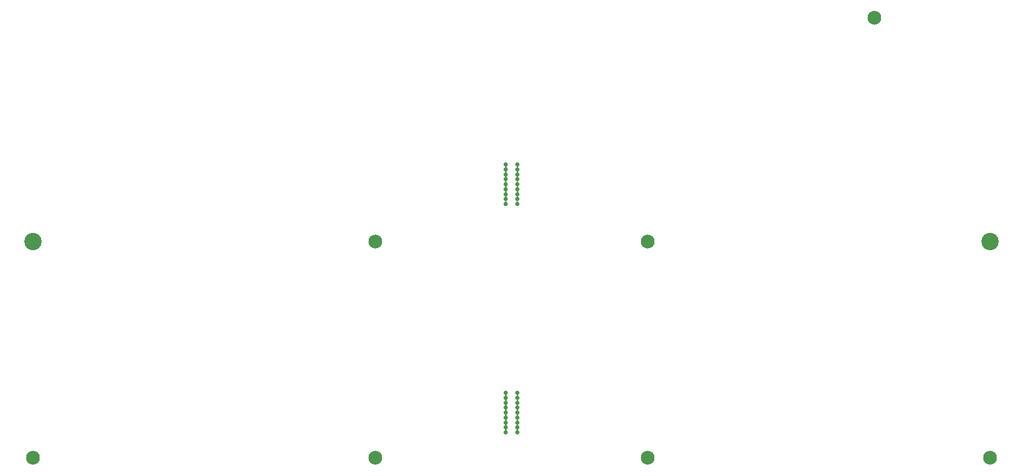
<source format=gts>
G04 #@! TF.GenerationSoftware,KiCad,Pcbnew,(5.1.9)-1*
G04 #@! TF.CreationDate,2021-01-26T21:29:22-05:00*
G04 #@! TF.ProjectId,reviung34-split-BOTTOM,72657669-756e-4673-9334-2d73706c6974,2.0*
G04 #@! TF.SameCoordinates,Original*
G04 #@! TF.FileFunction,Soldermask,Top*
G04 #@! TF.FilePolarity,Negative*
%FSLAX46Y46*%
G04 Gerber Fmt 4.6, Leading zero omitted, Abs format (unit mm)*
G04 Created by KiCad (PCBNEW (5.1.9)-1) date 2021-01-26 21:29:22*
%MOMM*%
%LPD*%
G01*
G04 APERTURE LIST*
%ADD10C,2.902000*%
%ADD11C,0.702000*%
%ADD12C,2.302000*%
%ADD13C,0.100000*%
G04 APERTURE END LIST*
D10*
X231190000Y-91290000D03*
X71400000Y-91280000D03*
D11*
X152240000Y-85060000D03*
X152250000Y-78460000D03*
X152250000Y-84235000D03*
X152250000Y-81760000D03*
X152250000Y-80935000D03*
X152250000Y-80110000D03*
X152250000Y-79285000D03*
X152250000Y-82585000D03*
X152250000Y-83410000D03*
X150320000Y-78460000D03*
X150310000Y-85060000D03*
X150310000Y-79285000D03*
X150310000Y-81760000D03*
X150310000Y-82585000D03*
X150310000Y-83410000D03*
X150310000Y-84235000D03*
X150310000Y-80935000D03*
X150310000Y-80110000D03*
X152240000Y-123150000D03*
X152250000Y-116550000D03*
X152250000Y-122325000D03*
X152250000Y-119850000D03*
X152250000Y-119025000D03*
X152250000Y-118200000D03*
X152250000Y-117375000D03*
X152250000Y-120675000D03*
X152250000Y-121500000D03*
X150320000Y-116550000D03*
X150310000Y-123150000D03*
X150310000Y-117375000D03*
X150310000Y-119850000D03*
X150310000Y-120675000D03*
X150310000Y-121500000D03*
X150310000Y-122325000D03*
X150310000Y-119025000D03*
X150310000Y-118200000D03*
D12*
X71400000Y-127380000D03*
X128550000Y-127380000D03*
X128560000Y-91280000D03*
X174030000Y-91280000D03*
X174030000Y-127380000D03*
X231180000Y-127370000D03*
X211880000Y-54000000D03*
D13*
G36*
X152085000Y-122632456D02*
G01*
X152085487Y-122632781D01*
X152148692Y-122658962D01*
X152215795Y-122672310D01*
X152284205Y-122672310D01*
X152351308Y-122658962D01*
X152411846Y-122633886D01*
X152413829Y-122634147D01*
X152414594Y-122635995D01*
X152413722Y-122637397D01*
X152412048Y-122638516D01*
X152393333Y-122653874D01*
X152378038Y-122672511D01*
X152366673Y-122693775D01*
X152359673Y-122716850D01*
X152357310Y-122740841D01*
X152359673Y-122764832D01*
X152366673Y-122787907D01*
X152378038Y-122809171D01*
X152393333Y-122827808D01*
X152407380Y-122839335D01*
X152408084Y-122841207D01*
X152406816Y-122842753D01*
X152405000Y-122842544D01*
X152404513Y-122842219D01*
X152341308Y-122816038D01*
X152274205Y-122802690D01*
X152205795Y-122802690D01*
X152138692Y-122816038D01*
X152078154Y-122841114D01*
X152076171Y-122840853D01*
X152075406Y-122839005D01*
X152076278Y-122837603D01*
X152077952Y-122836484D01*
X152096667Y-122821126D01*
X152111962Y-122802489D01*
X152123327Y-122781225D01*
X152130327Y-122758150D01*
X152132690Y-122734159D01*
X152130327Y-122710168D01*
X152123327Y-122687093D01*
X152111962Y-122665829D01*
X152096667Y-122647192D01*
X152082620Y-122635665D01*
X152081916Y-122633793D01*
X152083184Y-122632247D01*
X152085000Y-122632456D01*
G37*
G36*
X150146938Y-122633382D02*
G01*
X150208692Y-122658962D01*
X150275795Y-122672310D01*
X150344205Y-122672310D01*
X150411308Y-122658962D01*
X150473062Y-122633382D01*
X150475045Y-122633643D01*
X150475810Y-122635491D01*
X150475096Y-122636776D01*
X150458333Y-122650533D01*
X150443038Y-122669170D01*
X150431673Y-122690434D01*
X150424673Y-122713509D01*
X150422310Y-122737500D01*
X150424673Y-122761491D01*
X150431673Y-122784566D01*
X150443038Y-122805830D01*
X150458333Y-122824467D01*
X150475096Y-122838224D01*
X150475800Y-122840096D01*
X150474531Y-122841642D01*
X150473062Y-122841618D01*
X150411308Y-122816038D01*
X150344205Y-122802690D01*
X150275795Y-122802690D01*
X150208692Y-122816038D01*
X150146938Y-122841618D01*
X150144955Y-122841357D01*
X150144190Y-122839509D01*
X150144904Y-122838224D01*
X150161667Y-122824467D01*
X150176962Y-122805830D01*
X150188327Y-122784566D01*
X150195327Y-122761491D01*
X150197690Y-122737500D01*
X150195327Y-122713509D01*
X150188327Y-122690434D01*
X150176962Y-122669170D01*
X150161667Y-122650533D01*
X150144904Y-122636776D01*
X150144200Y-122634904D01*
X150145469Y-122633358D01*
X150146938Y-122633382D01*
G37*
G36*
X152086938Y-121808382D02*
G01*
X152148692Y-121833962D01*
X152215795Y-121847310D01*
X152284205Y-121847310D01*
X152351308Y-121833962D01*
X152413062Y-121808382D01*
X152415045Y-121808643D01*
X152415810Y-121810491D01*
X152415096Y-121811776D01*
X152398333Y-121825533D01*
X152383038Y-121844170D01*
X152371673Y-121865434D01*
X152364673Y-121888509D01*
X152362310Y-121912500D01*
X152364673Y-121936491D01*
X152371673Y-121959566D01*
X152383038Y-121980830D01*
X152398333Y-121999467D01*
X152415096Y-122013224D01*
X152415800Y-122015096D01*
X152414531Y-122016642D01*
X152413062Y-122016618D01*
X152351308Y-121991038D01*
X152284205Y-121977690D01*
X152215795Y-121977690D01*
X152148692Y-121991038D01*
X152086938Y-122016618D01*
X152084955Y-122016357D01*
X152084190Y-122014509D01*
X152084904Y-122013224D01*
X152101667Y-121999467D01*
X152116962Y-121980830D01*
X152128327Y-121959566D01*
X152135327Y-121936491D01*
X152137690Y-121912500D01*
X152135327Y-121888509D01*
X152128327Y-121865434D01*
X152116962Y-121844170D01*
X152101667Y-121825533D01*
X152084904Y-121811776D01*
X152084200Y-121809904D01*
X152085469Y-121808358D01*
X152086938Y-121808382D01*
G37*
G36*
X150146938Y-121808382D02*
G01*
X150208692Y-121833962D01*
X150275795Y-121847310D01*
X150344205Y-121847310D01*
X150411308Y-121833962D01*
X150473062Y-121808382D01*
X150475045Y-121808643D01*
X150475810Y-121810491D01*
X150475096Y-121811776D01*
X150458333Y-121825533D01*
X150443038Y-121844170D01*
X150431673Y-121865434D01*
X150424673Y-121888509D01*
X150422310Y-121912500D01*
X150424673Y-121936491D01*
X150431673Y-121959566D01*
X150443038Y-121980830D01*
X150458333Y-121999467D01*
X150475096Y-122013224D01*
X150475800Y-122015096D01*
X150474531Y-122016642D01*
X150473062Y-122016618D01*
X150411308Y-121991038D01*
X150344205Y-121977690D01*
X150275795Y-121977690D01*
X150208692Y-121991038D01*
X150146938Y-122016618D01*
X150144955Y-122016357D01*
X150144190Y-122014509D01*
X150144904Y-122013224D01*
X150161667Y-121999467D01*
X150176962Y-121980830D01*
X150188327Y-121959566D01*
X150195327Y-121936491D01*
X150197690Y-121912500D01*
X150195327Y-121888509D01*
X150188327Y-121865434D01*
X150176962Y-121844170D01*
X150161667Y-121825533D01*
X150144904Y-121811776D01*
X150144200Y-121809904D01*
X150145469Y-121808358D01*
X150146938Y-121808382D01*
G37*
G36*
X152086938Y-120983382D02*
G01*
X152148692Y-121008962D01*
X152215795Y-121022310D01*
X152284205Y-121022310D01*
X152351308Y-121008962D01*
X152413062Y-120983382D01*
X152415045Y-120983643D01*
X152415810Y-120985491D01*
X152415096Y-120986776D01*
X152398333Y-121000533D01*
X152383038Y-121019170D01*
X152371673Y-121040434D01*
X152364673Y-121063509D01*
X152362310Y-121087500D01*
X152364673Y-121111491D01*
X152371673Y-121134566D01*
X152383038Y-121155830D01*
X152398333Y-121174467D01*
X152415096Y-121188224D01*
X152415800Y-121190096D01*
X152414531Y-121191642D01*
X152413062Y-121191618D01*
X152351308Y-121166038D01*
X152284205Y-121152690D01*
X152215795Y-121152690D01*
X152148692Y-121166038D01*
X152086938Y-121191618D01*
X152084955Y-121191357D01*
X152084190Y-121189509D01*
X152084904Y-121188224D01*
X152101667Y-121174467D01*
X152116962Y-121155830D01*
X152128327Y-121134566D01*
X152135327Y-121111491D01*
X152137690Y-121087500D01*
X152135327Y-121063509D01*
X152128327Y-121040434D01*
X152116962Y-121019170D01*
X152101667Y-121000533D01*
X152084904Y-120986776D01*
X152084200Y-120984904D01*
X152085469Y-120983358D01*
X152086938Y-120983382D01*
G37*
G36*
X150146938Y-120983382D02*
G01*
X150208692Y-121008962D01*
X150275795Y-121022310D01*
X150344205Y-121022310D01*
X150411308Y-121008962D01*
X150473062Y-120983382D01*
X150475045Y-120983643D01*
X150475810Y-120985491D01*
X150475096Y-120986776D01*
X150458333Y-121000533D01*
X150443038Y-121019170D01*
X150431673Y-121040434D01*
X150424673Y-121063509D01*
X150422310Y-121087500D01*
X150424673Y-121111491D01*
X150431673Y-121134566D01*
X150443038Y-121155830D01*
X150458333Y-121174467D01*
X150475096Y-121188224D01*
X150475800Y-121190096D01*
X150474531Y-121191642D01*
X150473062Y-121191618D01*
X150411308Y-121166038D01*
X150344205Y-121152690D01*
X150275795Y-121152690D01*
X150208692Y-121166038D01*
X150146938Y-121191618D01*
X150144955Y-121191357D01*
X150144190Y-121189509D01*
X150144904Y-121188224D01*
X150161667Y-121174467D01*
X150176962Y-121155830D01*
X150188327Y-121134566D01*
X150195327Y-121111491D01*
X150197690Y-121087500D01*
X150195327Y-121063509D01*
X150188327Y-121040434D01*
X150176962Y-121019170D01*
X150161667Y-121000533D01*
X150144904Y-120986776D01*
X150144200Y-120984904D01*
X150145469Y-120983358D01*
X150146938Y-120983382D01*
G37*
G36*
X150146938Y-120158382D02*
G01*
X150208692Y-120183962D01*
X150275795Y-120197310D01*
X150344205Y-120197310D01*
X150411308Y-120183962D01*
X150473062Y-120158382D01*
X150475045Y-120158643D01*
X150475810Y-120160491D01*
X150475096Y-120161776D01*
X150458333Y-120175533D01*
X150443038Y-120194170D01*
X150431673Y-120215434D01*
X150424673Y-120238509D01*
X150422310Y-120262500D01*
X150424673Y-120286491D01*
X150431673Y-120309566D01*
X150443038Y-120330830D01*
X150458333Y-120349467D01*
X150475096Y-120363224D01*
X150475800Y-120365096D01*
X150474531Y-120366642D01*
X150473062Y-120366618D01*
X150411308Y-120341038D01*
X150344205Y-120327690D01*
X150275795Y-120327690D01*
X150208692Y-120341038D01*
X150146938Y-120366618D01*
X150144955Y-120366357D01*
X150144190Y-120364509D01*
X150144904Y-120363224D01*
X150161667Y-120349467D01*
X150176962Y-120330830D01*
X150188327Y-120309566D01*
X150195327Y-120286491D01*
X150197690Y-120262500D01*
X150195327Y-120238509D01*
X150188327Y-120215434D01*
X150176962Y-120194170D01*
X150161667Y-120175533D01*
X150144904Y-120161776D01*
X150144200Y-120159904D01*
X150145469Y-120158358D01*
X150146938Y-120158382D01*
G37*
G36*
X152086938Y-120158382D02*
G01*
X152148692Y-120183962D01*
X152215795Y-120197310D01*
X152284205Y-120197310D01*
X152351308Y-120183962D01*
X152413062Y-120158382D01*
X152415045Y-120158643D01*
X152415810Y-120160491D01*
X152415096Y-120161776D01*
X152398333Y-120175533D01*
X152383038Y-120194170D01*
X152371673Y-120215434D01*
X152364673Y-120238509D01*
X152362310Y-120262500D01*
X152364673Y-120286491D01*
X152371673Y-120309566D01*
X152383038Y-120330830D01*
X152398333Y-120349467D01*
X152415096Y-120363224D01*
X152415800Y-120365096D01*
X152414531Y-120366642D01*
X152413062Y-120366618D01*
X152351308Y-120341038D01*
X152284205Y-120327690D01*
X152215795Y-120327690D01*
X152148692Y-120341038D01*
X152086938Y-120366618D01*
X152084955Y-120366357D01*
X152084190Y-120364509D01*
X152084904Y-120363224D01*
X152101667Y-120349467D01*
X152116962Y-120330830D01*
X152128327Y-120309566D01*
X152135327Y-120286491D01*
X152137690Y-120262500D01*
X152135327Y-120238509D01*
X152128327Y-120215434D01*
X152116962Y-120194170D01*
X152101667Y-120175533D01*
X152084904Y-120161776D01*
X152084200Y-120159904D01*
X152085469Y-120158358D01*
X152086938Y-120158382D01*
G37*
G36*
X152086938Y-119333382D02*
G01*
X152148692Y-119358962D01*
X152215795Y-119372310D01*
X152284205Y-119372310D01*
X152351308Y-119358962D01*
X152413062Y-119333382D01*
X152415045Y-119333643D01*
X152415810Y-119335491D01*
X152415096Y-119336776D01*
X152398333Y-119350533D01*
X152383038Y-119369170D01*
X152371673Y-119390434D01*
X152364673Y-119413509D01*
X152362310Y-119437500D01*
X152364673Y-119461491D01*
X152371673Y-119484566D01*
X152383038Y-119505830D01*
X152398333Y-119524467D01*
X152415096Y-119538224D01*
X152415800Y-119540096D01*
X152414531Y-119541642D01*
X152413062Y-119541618D01*
X152351308Y-119516038D01*
X152284205Y-119502690D01*
X152215795Y-119502690D01*
X152148692Y-119516038D01*
X152086938Y-119541618D01*
X152084955Y-119541357D01*
X152084190Y-119539509D01*
X152084904Y-119538224D01*
X152101667Y-119524467D01*
X152116962Y-119505830D01*
X152128327Y-119484566D01*
X152135327Y-119461491D01*
X152137690Y-119437500D01*
X152135327Y-119413509D01*
X152128327Y-119390434D01*
X152116962Y-119369170D01*
X152101667Y-119350533D01*
X152084904Y-119336776D01*
X152084200Y-119334904D01*
X152085469Y-119333358D01*
X152086938Y-119333382D01*
G37*
G36*
X150146938Y-119333382D02*
G01*
X150208692Y-119358962D01*
X150275795Y-119372310D01*
X150344205Y-119372310D01*
X150411308Y-119358962D01*
X150473062Y-119333382D01*
X150475045Y-119333643D01*
X150475810Y-119335491D01*
X150475096Y-119336776D01*
X150458333Y-119350533D01*
X150443038Y-119369170D01*
X150431673Y-119390434D01*
X150424673Y-119413509D01*
X150422310Y-119437500D01*
X150424673Y-119461491D01*
X150431673Y-119484566D01*
X150443038Y-119505830D01*
X150458333Y-119524467D01*
X150475096Y-119538224D01*
X150475800Y-119540096D01*
X150474531Y-119541642D01*
X150473062Y-119541618D01*
X150411308Y-119516038D01*
X150344205Y-119502690D01*
X150275795Y-119502690D01*
X150208692Y-119516038D01*
X150146938Y-119541618D01*
X150144955Y-119541357D01*
X150144190Y-119539509D01*
X150144904Y-119538224D01*
X150161667Y-119524467D01*
X150176962Y-119505830D01*
X150188327Y-119484566D01*
X150195327Y-119461491D01*
X150197690Y-119437500D01*
X150195327Y-119413509D01*
X150188327Y-119390434D01*
X150176962Y-119369170D01*
X150161667Y-119350533D01*
X150144904Y-119336776D01*
X150144200Y-119334904D01*
X150145469Y-119333358D01*
X150146938Y-119333382D01*
G37*
G36*
X150146938Y-118508382D02*
G01*
X150208692Y-118533962D01*
X150275795Y-118547310D01*
X150344205Y-118547310D01*
X150411308Y-118533962D01*
X150473062Y-118508382D01*
X150475045Y-118508643D01*
X150475810Y-118510491D01*
X150475096Y-118511776D01*
X150458333Y-118525533D01*
X150443038Y-118544170D01*
X150431673Y-118565434D01*
X150424673Y-118588509D01*
X150422310Y-118612500D01*
X150424673Y-118636491D01*
X150431673Y-118659566D01*
X150443038Y-118680830D01*
X150458333Y-118699467D01*
X150475096Y-118713224D01*
X150475800Y-118715096D01*
X150474531Y-118716642D01*
X150473062Y-118716618D01*
X150411308Y-118691038D01*
X150344205Y-118677690D01*
X150275795Y-118677690D01*
X150208692Y-118691038D01*
X150146938Y-118716618D01*
X150144955Y-118716357D01*
X150144190Y-118714509D01*
X150144904Y-118713224D01*
X150161667Y-118699467D01*
X150176962Y-118680830D01*
X150188327Y-118659566D01*
X150195327Y-118636491D01*
X150197690Y-118612500D01*
X150195327Y-118588509D01*
X150188327Y-118565434D01*
X150176962Y-118544170D01*
X150161667Y-118525533D01*
X150144904Y-118511776D01*
X150144200Y-118509904D01*
X150145469Y-118508358D01*
X150146938Y-118508382D01*
G37*
G36*
X152086938Y-118508382D02*
G01*
X152148692Y-118533962D01*
X152215795Y-118547310D01*
X152284205Y-118547310D01*
X152351308Y-118533962D01*
X152413062Y-118508382D01*
X152415045Y-118508643D01*
X152415810Y-118510491D01*
X152415096Y-118511776D01*
X152398333Y-118525533D01*
X152383038Y-118544170D01*
X152371673Y-118565434D01*
X152364673Y-118588509D01*
X152362310Y-118612500D01*
X152364673Y-118636491D01*
X152371673Y-118659566D01*
X152383038Y-118680830D01*
X152398333Y-118699467D01*
X152415096Y-118713224D01*
X152415800Y-118715096D01*
X152414531Y-118716642D01*
X152413062Y-118716618D01*
X152351308Y-118691038D01*
X152284205Y-118677690D01*
X152215795Y-118677690D01*
X152148692Y-118691038D01*
X152086938Y-118716618D01*
X152084955Y-118716357D01*
X152084190Y-118714509D01*
X152084904Y-118713224D01*
X152101667Y-118699467D01*
X152116962Y-118680830D01*
X152128327Y-118659566D01*
X152135327Y-118636491D01*
X152137690Y-118612500D01*
X152135327Y-118588509D01*
X152128327Y-118565434D01*
X152116962Y-118544170D01*
X152101667Y-118525533D01*
X152084904Y-118511776D01*
X152084200Y-118509904D01*
X152085469Y-118508358D01*
X152086938Y-118508382D01*
G37*
G36*
X152086938Y-117683382D02*
G01*
X152148692Y-117708962D01*
X152215795Y-117722310D01*
X152284205Y-117722310D01*
X152351308Y-117708962D01*
X152413062Y-117683382D01*
X152415045Y-117683643D01*
X152415810Y-117685491D01*
X152415096Y-117686776D01*
X152398333Y-117700533D01*
X152383038Y-117719170D01*
X152371673Y-117740434D01*
X152364673Y-117763509D01*
X152362310Y-117787500D01*
X152364673Y-117811491D01*
X152371673Y-117834566D01*
X152383038Y-117855830D01*
X152398333Y-117874467D01*
X152415096Y-117888224D01*
X152415800Y-117890096D01*
X152414531Y-117891642D01*
X152413062Y-117891618D01*
X152351308Y-117866038D01*
X152284205Y-117852690D01*
X152215795Y-117852690D01*
X152148692Y-117866038D01*
X152086938Y-117891618D01*
X152084955Y-117891357D01*
X152084190Y-117889509D01*
X152084904Y-117888224D01*
X152101667Y-117874467D01*
X152116962Y-117855830D01*
X152128327Y-117834566D01*
X152135327Y-117811491D01*
X152137690Y-117787500D01*
X152135327Y-117763509D01*
X152128327Y-117740434D01*
X152116962Y-117719170D01*
X152101667Y-117700533D01*
X152084904Y-117686776D01*
X152084200Y-117684904D01*
X152085469Y-117683358D01*
X152086938Y-117683382D01*
G37*
G36*
X150146938Y-117683382D02*
G01*
X150208692Y-117708962D01*
X150275795Y-117722310D01*
X150344205Y-117722310D01*
X150411308Y-117708962D01*
X150473062Y-117683382D01*
X150475045Y-117683643D01*
X150475810Y-117685491D01*
X150475096Y-117686776D01*
X150458333Y-117700533D01*
X150443038Y-117719170D01*
X150431673Y-117740434D01*
X150424673Y-117763509D01*
X150422310Y-117787500D01*
X150424673Y-117811491D01*
X150431673Y-117834566D01*
X150443038Y-117855830D01*
X150458333Y-117874467D01*
X150475096Y-117888224D01*
X150475800Y-117890096D01*
X150474531Y-117891642D01*
X150473062Y-117891618D01*
X150411308Y-117866038D01*
X150344205Y-117852690D01*
X150275795Y-117852690D01*
X150208692Y-117866038D01*
X150146938Y-117891618D01*
X150144955Y-117891357D01*
X150144190Y-117889509D01*
X150144904Y-117888224D01*
X150161667Y-117874467D01*
X150176962Y-117855830D01*
X150188327Y-117834566D01*
X150195327Y-117811491D01*
X150197690Y-117787500D01*
X150195327Y-117763509D01*
X150188327Y-117740434D01*
X150176962Y-117719170D01*
X150161667Y-117700533D01*
X150144904Y-117686776D01*
X150144200Y-117684904D01*
X150145469Y-117683358D01*
X150146938Y-117683382D01*
G37*
G36*
X150155000Y-116857456D02*
G01*
X150155487Y-116857781D01*
X150218692Y-116883962D01*
X150285795Y-116897310D01*
X150354205Y-116897310D01*
X150421308Y-116883962D01*
X150481846Y-116858886D01*
X150483829Y-116859147D01*
X150484594Y-116860995D01*
X150483722Y-116862397D01*
X150482048Y-116863516D01*
X150463333Y-116878874D01*
X150448038Y-116897511D01*
X150436673Y-116918775D01*
X150429673Y-116941850D01*
X150427310Y-116965841D01*
X150429673Y-116989832D01*
X150436673Y-117012907D01*
X150448038Y-117034171D01*
X150463333Y-117052808D01*
X150477380Y-117064335D01*
X150478084Y-117066207D01*
X150476816Y-117067753D01*
X150475000Y-117067544D01*
X150474513Y-117067219D01*
X150411308Y-117041038D01*
X150344205Y-117027690D01*
X150275795Y-117027690D01*
X150208692Y-117041038D01*
X150148154Y-117066114D01*
X150146171Y-117065853D01*
X150145406Y-117064005D01*
X150146278Y-117062603D01*
X150147952Y-117061484D01*
X150166667Y-117046126D01*
X150181962Y-117027489D01*
X150193327Y-117006225D01*
X150200327Y-116983150D01*
X150202690Y-116959159D01*
X150200327Y-116935168D01*
X150193327Y-116912093D01*
X150181962Y-116890829D01*
X150166667Y-116872192D01*
X150152620Y-116860665D01*
X150151916Y-116858793D01*
X150153184Y-116857247D01*
X150155000Y-116857456D01*
G37*
G36*
X152086938Y-116858382D02*
G01*
X152148692Y-116883962D01*
X152215795Y-116897310D01*
X152284205Y-116897310D01*
X152351308Y-116883962D01*
X152413062Y-116858382D01*
X152415045Y-116858643D01*
X152415810Y-116860491D01*
X152415096Y-116861776D01*
X152398333Y-116875533D01*
X152383038Y-116894170D01*
X152371673Y-116915434D01*
X152364673Y-116938509D01*
X152362310Y-116962500D01*
X152364673Y-116986491D01*
X152371673Y-117009566D01*
X152383038Y-117030830D01*
X152398333Y-117049467D01*
X152415096Y-117063224D01*
X152415800Y-117065096D01*
X152414531Y-117066642D01*
X152413062Y-117066618D01*
X152351308Y-117041038D01*
X152284205Y-117027690D01*
X152215795Y-117027690D01*
X152148692Y-117041038D01*
X152086938Y-117066618D01*
X152084955Y-117066357D01*
X152084190Y-117064509D01*
X152084904Y-117063224D01*
X152101667Y-117049467D01*
X152116962Y-117030830D01*
X152128327Y-117009566D01*
X152135327Y-116986491D01*
X152137690Y-116962500D01*
X152135327Y-116938509D01*
X152128327Y-116915434D01*
X152116962Y-116894170D01*
X152101667Y-116875533D01*
X152084904Y-116861776D01*
X152084200Y-116859904D01*
X152085469Y-116858358D01*
X152086938Y-116858382D01*
G37*
G36*
X152085000Y-84542456D02*
G01*
X152085487Y-84542781D01*
X152148692Y-84568962D01*
X152215795Y-84582310D01*
X152284205Y-84582310D01*
X152351308Y-84568962D01*
X152411846Y-84543886D01*
X152413829Y-84544147D01*
X152414594Y-84545995D01*
X152413722Y-84547397D01*
X152412048Y-84548516D01*
X152393333Y-84563874D01*
X152378038Y-84582511D01*
X152366673Y-84603775D01*
X152359673Y-84626850D01*
X152357310Y-84650841D01*
X152359673Y-84674832D01*
X152366673Y-84697907D01*
X152378038Y-84719171D01*
X152393333Y-84737808D01*
X152407380Y-84749335D01*
X152408084Y-84751207D01*
X152406816Y-84752753D01*
X152405000Y-84752544D01*
X152404513Y-84752219D01*
X152341308Y-84726038D01*
X152274205Y-84712690D01*
X152205795Y-84712690D01*
X152138692Y-84726038D01*
X152078154Y-84751114D01*
X152076171Y-84750853D01*
X152075406Y-84749005D01*
X152076278Y-84747603D01*
X152077952Y-84746484D01*
X152096667Y-84731126D01*
X152111962Y-84712489D01*
X152123327Y-84691225D01*
X152130327Y-84668150D01*
X152132690Y-84644159D01*
X152130327Y-84620168D01*
X152123327Y-84597093D01*
X152111962Y-84575829D01*
X152096667Y-84557192D01*
X152082620Y-84545665D01*
X152081916Y-84543793D01*
X152083184Y-84542247D01*
X152085000Y-84542456D01*
G37*
G36*
X150146938Y-84543382D02*
G01*
X150208692Y-84568962D01*
X150275795Y-84582310D01*
X150344205Y-84582310D01*
X150411308Y-84568962D01*
X150473062Y-84543382D01*
X150475045Y-84543643D01*
X150475810Y-84545491D01*
X150475096Y-84546776D01*
X150458333Y-84560533D01*
X150443038Y-84579170D01*
X150431673Y-84600434D01*
X150424673Y-84623509D01*
X150422310Y-84647500D01*
X150424673Y-84671491D01*
X150431673Y-84694566D01*
X150443038Y-84715830D01*
X150458333Y-84734467D01*
X150475096Y-84748224D01*
X150475800Y-84750096D01*
X150474531Y-84751642D01*
X150473062Y-84751618D01*
X150411308Y-84726038D01*
X150344205Y-84712690D01*
X150275795Y-84712690D01*
X150208692Y-84726038D01*
X150146938Y-84751618D01*
X150144955Y-84751357D01*
X150144190Y-84749509D01*
X150144904Y-84748224D01*
X150161667Y-84734467D01*
X150176962Y-84715830D01*
X150188327Y-84694566D01*
X150195327Y-84671491D01*
X150197690Y-84647500D01*
X150195327Y-84623509D01*
X150188327Y-84600434D01*
X150176962Y-84579170D01*
X150161667Y-84560533D01*
X150144904Y-84546776D01*
X150144200Y-84544904D01*
X150145469Y-84543358D01*
X150146938Y-84543382D01*
G37*
G36*
X152086938Y-83718382D02*
G01*
X152148692Y-83743962D01*
X152215795Y-83757310D01*
X152284205Y-83757310D01*
X152351308Y-83743962D01*
X152413062Y-83718382D01*
X152415045Y-83718643D01*
X152415810Y-83720491D01*
X152415096Y-83721776D01*
X152398333Y-83735533D01*
X152383038Y-83754170D01*
X152371673Y-83775434D01*
X152364673Y-83798509D01*
X152362310Y-83822500D01*
X152364673Y-83846491D01*
X152371673Y-83869566D01*
X152383038Y-83890830D01*
X152398333Y-83909467D01*
X152415096Y-83923224D01*
X152415800Y-83925096D01*
X152414531Y-83926642D01*
X152413062Y-83926618D01*
X152351308Y-83901038D01*
X152284205Y-83887690D01*
X152215795Y-83887690D01*
X152148692Y-83901038D01*
X152086938Y-83926618D01*
X152084955Y-83926357D01*
X152084190Y-83924509D01*
X152084904Y-83923224D01*
X152101667Y-83909467D01*
X152116962Y-83890830D01*
X152128327Y-83869566D01*
X152135327Y-83846491D01*
X152137690Y-83822500D01*
X152135327Y-83798509D01*
X152128327Y-83775434D01*
X152116962Y-83754170D01*
X152101667Y-83735533D01*
X152084904Y-83721776D01*
X152084200Y-83719904D01*
X152085469Y-83718358D01*
X152086938Y-83718382D01*
G37*
G36*
X150146938Y-83718382D02*
G01*
X150208692Y-83743962D01*
X150275795Y-83757310D01*
X150344205Y-83757310D01*
X150411308Y-83743962D01*
X150473062Y-83718382D01*
X150475045Y-83718643D01*
X150475810Y-83720491D01*
X150475096Y-83721776D01*
X150458333Y-83735533D01*
X150443038Y-83754170D01*
X150431673Y-83775434D01*
X150424673Y-83798509D01*
X150422310Y-83822500D01*
X150424673Y-83846491D01*
X150431673Y-83869566D01*
X150443038Y-83890830D01*
X150458333Y-83909467D01*
X150475096Y-83923224D01*
X150475800Y-83925096D01*
X150474531Y-83926642D01*
X150473062Y-83926618D01*
X150411308Y-83901038D01*
X150344205Y-83887690D01*
X150275795Y-83887690D01*
X150208692Y-83901038D01*
X150146938Y-83926618D01*
X150144955Y-83926357D01*
X150144190Y-83924509D01*
X150144904Y-83923224D01*
X150161667Y-83909467D01*
X150176962Y-83890830D01*
X150188327Y-83869566D01*
X150195327Y-83846491D01*
X150197690Y-83822500D01*
X150195327Y-83798509D01*
X150188327Y-83775434D01*
X150176962Y-83754170D01*
X150161667Y-83735533D01*
X150144904Y-83721776D01*
X150144200Y-83719904D01*
X150145469Y-83718358D01*
X150146938Y-83718382D01*
G37*
G36*
X152086938Y-82893382D02*
G01*
X152148692Y-82918962D01*
X152215795Y-82932310D01*
X152284205Y-82932310D01*
X152351308Y-82918962D01*
X152413062Y-82893382D01*
X152415045Y-82893643D01*
X152415810Y-82895491D01*
X152415096Y-82896776D01*
X152398333Y-82910533D01*
X152383038Y-82929170D01*
X152371673Y-82950434D01*
X152364673Y-82973509D01*
X152362310Y-82997500D01*
X152364673Y-83021491D01*
X152371673Y-83044566D01*
X152383038Y-83065830D01*
X152398333Y-83084467D01*
X152415096Y-83098224D01*
X152415800Y-83100096D01*
X152414531Y-83101642D01*
X152413062Y-83101618D01*
X152351308Y-83076038D01*
X152284205Y-83062690D01*
X152215795Y-83062690D01*
X152148692Y-83076038D01*
X152086938Y-83101618D01*
X152084955Y-83101357D01*
X152084190Y-83099509D01*
X152084904Y-83098224D01*
X152101667Y-83084467D01*
X152116962Y-83065830D01*
X152128327Y-83044566D01*
X152135327Y-83021491D01*
X152137690Y-82997500D01*
X152135327Y-82973509D01*
X152128327Y-82950434D01*
X152116962Y-82929170D01*
X152101667Y-82910533D01*
X152084904Y-82896776D01*
X152084200Y-82894904D01*
X152085469Y-82893358D01*
X152086938Y-82893382D01*
G37*
G36*
X150146938Y-82893382D02*
G01*
X150208692Y-82918962D01*
X150275795Y-82932310D01*
X150344205Y-82932310D01*
X150411308Y-82918962D01*
X150473062Y-82893382D01*
X150475045Y-82893643D01*
X150475810Y-82895491D01*
X150475096Y-82896776D01*
X150458333Y-82910533D01*
X150443038Y-82929170D01*
X150431673Y-82950434D01*
X150424673Y-82973509D01*
X150422310Y-82997500D01*
X150424673Y-83021491D01*
X150431673Y-83044566D01*
X150443038Y-83065830D01*
X150458333Y-83084467D01*
X150475096Y-83098224D01*
X150475800Y-83100096D01*
X150474531Y-83101642D01*
X150473062Y-83101618D01*
X150411308Y-83076038D01*
X150344205Y-83062690D01*
X150275795Y-83062690D01*
X150208692Y-83076038D01*
X150146938Y-83101618D01*
X150144955Y-83101357D01*
X150144190Y-83099509D01*
X150144904Y-83098224D01*
X150161667Y-83084467D01*
X150176962Y-83065830D01*
X150188327Y-83044566D01*
X150195327Y-83021491D01*
X150197690Y-82997500D01*
X150195327Y-82973509D01*
X150188327Y-82950434D01*
X150176962Y-82929170D01*
X150161667Y-82910533D01*
X150144904Y-82896776D01*
X150144200Y-82894904D01*
X150145469Y-82893358D01*
X150146938Y-82893382D01*
G37*
G36*
X152086938Y-82068382D02*
G01*
X152148692Y-82093962D01*
X152215795Y-82107310D01*
X152284205Y-82107310D01*
X152351308Y-82093962D01*
X152413062Y-82068382D01*
X152415045Y-82068643D01*
X152415810Y-82070491D01*
X152415096Y-82071776D01*
X152398333Y-82085533D01*
X152383038Y-82104170D01*
X152371673Y-82125434D01*
X152364673Y-82148509D01*
X152362310Y-82172500D01*
X152364673Y-82196491D01*
X152371673Y-82219566D01*
X152383038Y-82240830D01*
X152398333Y-82259467D01*
X152415096Y-82273224D01*
X152415800Y-82275096D01*
X152414531Y-82276642D01*
X152413062Y-82276618D01*
X152351308Y-82251038D01*
X152284205Y-82237690D01*
X152215795Y-82237690D01*
X152148692Y-82251038D01*
X152086938Y-82276618D01*
X152084955Y-82276357D01*
X152084190Y-82274509D01*
X152084904Y-82273224D01*
X152101667Y-82259467D01*
X152116962Y-82240830D01*
X152128327Y-82219566D01*
X152135327Y-82196491D01*
X152137690Y-82172500D01*
X152135327Y-82148509D01*
X152128327Y-82125434D01*
X152116962Y-82104170D01*
X152101667Y-82085533D01*
X152084904Y-82071776D01*
X152084200Y-82069904D01*
X152085469Y-82068358D01*
X152086938Y-82068382D01*
G37*
G36*
X150146938Y-82068382D02*
G01*
X150208692Y-82093962D01*
X150275795Y-82107310D01*
X150344205Y-82107310D01*
X150411308Y-82093962D01*
X150473062Y-82068382D01*
X150475045Y-82068643D01*
X150475810Y-82070491D01*
X150475096Y-82071776D01*
X150458333Y-82085533D01*
X150443038Y-82104170D01*
X150431673Y-82125434D01*
X150424673Y-82148509D01*
X150422310Y-82172500D01*
X150424673Y-82196491D01*
X150431673Y-82219566D01*
X150443038Y-82240830D01*
X150458333Y-82259467D01*
X150475096Y-82273224D01*
X150475800Y-82275096D01*
X150474531Y-82276642D01*
X150473062Y-82276618D01*
X150411308Y-82251038D01*
X150344205Y-82237690D01*
X150275795Y-82237690D01*
X150208692Y-82251038D01*
X150146938Y-82276618D01*
X150144955Y-82276357D01*
X150144190Y-82274509D01*
X150144904Y-82273224D01*
X150161667Y-82259467D01*
X150176962Y-82240830D01*
X150188327Y-82219566D01*
X150195327Y-82196491D01*
X150197690Y-82172500D01*
X150195327Y-82148509D01*
X150188327Y-82125434D01*
X150176962Y-82104170D01*
X150161667Y-82085533D01*
X150144904Y-82071776D01*
X150144200Y-82069904D01*
X150145469Y-82068358D01*
X150146938Y-82068382D01*
G37*
G36*
X152086938Y-81243382D02*
G01*
X152148692Y-81268962D01*
X152215795Y-81282310D01*
X152284205Y-81282310D01*
X152351308Y-81268962D01*
X152413062Y-81243382D01*
X152415045Y-81243643D01*
X152415810Y-81245491D01*
X152415096Y-81246776D01*
X152398333Y-81260533D01*
X152383038Y-81279170D01*
X152371673Y-81300434D01*
X152364673Y-81323509D01*
X152362310Y-81347500D01*
X152364673Y-81371491D01*
X152371673Y-81394566D01*
X152383038Y-81415830D01*
X152398333Y-81434467D01*
X152415096Y-81448224D01*
X152415800Y-81450096D01*
X152414531Y-81451642D01*
X152413062Y-81451618D01*
X152351308Y-81426038D01*
X152284205Y-81412690D01*
X152215795Y-81412690D01*
X152148692Y-81426038D01*
X152086938Y-81451618D01*
X152084955Y-81451357D01*
X152084190Y-81449509D01*
X152084904Y-81448224D01*
X152101667Y-81434467D01*
X152116962Y-81415830D01*
X152128327Y-81394566D01*
X152135327Y-81371491D01*
X152137690Y-81347500D01*
X152135327Y-81323509D01*
X152128327Y-81300434D01*
X152116962Y-81279170D01*
X152101667Y-81260533D01*
X152084904Y-81246776D01*
X152084200Y-81244904D01*
X152085469Y-81243358D01*
X152086938Y-81243382D01*
G37*
G36*
X150146938Y-81243382D02*
G01*
X150208692Y-81268962D01*
X150275795Y-81282310D01*
X150344205Y-81282310D01*
X150411308Y-81268962D01*
X150473062Y-81243382D01*
X150475045Y-81243643D01*
X150475810Y-81245491D01*
X150475096Y-81246776D01*
X150458333Y-81260533D01*
X150443038Y-81279170D01*
X150431673Y-81300434D01*
X150424673Y-81323509D01*
X150422310Y-81347500D01*
X150424673Y-81371491D01*
X150431673Y-81394566D01*
X150443038Y-81415830D01*
X150458333Y-81434467D01*
X150475096Y-81448224D01*
X150475800Y-81450096D01*
X150474531Y-81451642D01*
X150473062Y-81451618D01*
X150411308Y-81426038D01*
X150344205Y-81412690D01*
X150275795Y-81412690D01*
X150208692Y-81426038D01*
X150146938Y-81451618D01*
X150144955Y-81451357D01*
X150144190Y-81449509D01*
X150144904Y-81448224D01*
X150161667Y-81434467D01*
X150176962Y-81415830D01*
X150188327Y-81394566D01*
X150195327Y-81371491D01*
X150197690Y-81347500D01*
X150195327Y-81323509D01*
X150188327Y-81300434D01*
X150176962Y-81279170D01*
X150161667Y-81260533D01*
X150144904Y-81246776D01*
X150144200Y-81244904D01*
X150145469Y-81243358D01*
X150146938Y-81243382D01*
G37*
G36*
X152086938Y-80418382D02*
G01*
X152148692Y-80443962D01*
X152215795Y-80457310D01*
X152284205Y-80457310D01*
X152351308Y-80443962D01*
X152413062Y-80418382D01*
X152415045Y-80418643D01*
X152415810Y-80420491D01*
X152415096Y-80421776D01*
X152398333Y-80435533D01*
X152383038Y-80454170D01*
X152371673Y-80475434D01*
X152364673Y-80498509D01*
X152362310Y-80522500D01*
X152364673Y-80546491D01*
X152371673Y-80569566D01*
X152383038Y-80590830D01*
X152398333Y-80609467D01*
X152415096Y-80623224D01*
X152415800Y-80625096D01*
X152414531Y-80626642D01*
X152413062Y-80626618D01*
X152351308Y-80601038D01*
X152284205Y-80587690D01*
X152215795Y-80587690D01*
X152148692Y-80601038D01*
X152086938Y-80626618D01*
X152084955Y-80626357D01*
X152084190Y-80624509D01*
X152084904Y-80623224D01*
X152101667Y-80609467D01*
X152116962Y-80590830D01*
X152128327Y-80569566D01*
X152135327Y-80546491D01*
X152137690Y-80522500D01*
X152135327Y-80498509D01*
X152128327Y-80475434D01*
X152116962Y-80454170D01*
X152101667Y-80435533D01*
X152084904Y-80421776D01*
X152084200Y-80419904D01*
X152085469Y-80418358D01*
X152086938Y-80418382D01*
G37*
G36*
X150146938Y-80418382D02*
G01*
X150208692Y-80443962D01*
X150275795Y-80457310D01*
X150344205Y-80457310D01*
X150411308Y-80443962D01*
X150473062Y-80418382D01*
X150475045Y-80418643D01*
X150475810Y-80420491D01*
X150475096Y-80421776D01*
X150458333Y-80435533D01*
X150443038Y-80454170D01*
X150431673Y-80475434D01*
X150424673Y-80498509D01*
X150422310Y-80522500D01*
X150424673Y-80546491D01*
X150431673Y-80569566D01*
X150443038Y-80590830D01*
X150458333Y-80609467D01*
X150475096Y-80623224D01*
X150475800Y-80625096D01*
X150474531Y-80626642D01*
X150473062Y-80626618D01*
X150411308Y-80601038D01*
X150344205Y-80587690D01*
X150275795Y-80587690D01*
X150208692Y-80601038D01*
X150146938Y-80626618D01*
X150144955Y-80626357D01*
X150144190Y-80624509D01*
X150144904Y-80623224D01*
X150161667Y-80609467D01*
X150176962Y-80590830D01*
X150188327Y-80569566D01*
X150195327Y-80546491D01*
X150197690Y-80522500D01*
X150195327Y-80498509D01*
X150188327Y-80475434D01*
X150176962Y-80454170D01*
X150161667Y-80435533D01*
X150144904Y-80421776D01*
X150144200Y-80419904D01*
X150145469Y-80418358D01*
X150146938Y-80418382D01*
G37*
G36*
X152086938Y-79593382D02*
G01*
X152148692Y-79618962D01*
X152215795Y-79632310D01*
X152284205Y-79632310D01*
X152351308Y-79618962D01*
X152413062Y-79593382D01*
X152415045Y-79593643D01*
X152415810Y-79595491D01*
X152415096Y-79596776D01*
X152398333Y-79610533D01*
X152383038Y-79629170D01*
X152371673Y-79650434D01*
X152364673Y-79673509D01*
X152362310Y-79697500D01*
X152364673Y-79721491D01*
X152371673Y-79744566D01*
X152383038Y-79765830D01*
X152398333Y-79784467D01*
X152415096Y-79798224D01*
X152415800Y-79800096D01*
X152414531Y-79801642D01*
X152413062Y-79801618D01*
X152351308Y-79776038D01*
X152284205Y-79762690D01*
X152215795Y-79762690D01*
X152148692Y-79776038D01*
X152086938Y-79801618D01*
X152084955Y-79801357D01*
X152084190Y-79799509D01*
X152084904Y-79798224D01*
X152101667Y-79784467D01*
X152116962Y-79765830D01*
X152128327Y-79744566D01*
X152135327Y-79721491D01*
X152137690Y-79697500D01*
X152135327Y-79673509D01*
X152128327Y-79650434D01*
X152116962Y-79629170D01*
X152101667Y-79610533D01*
X152084904Y-79596776D01*
X152084200Y-79594904D01*
X152085469Y-79593358D01*
X152086938Y-79593382D01*
G37*
G36*
X150146938Y-79593382D02*
G01*
X150208692Y-79618962D01*
X150275795Y-79632310D01*
X150344205Y-79632310D01*
X150411308Y-79618962D01*
X150473062Y-79593382D01*
X150475045Y-79593643D01*
X150475810Y-79595491D01*
X150475096Y-79596776D01*
X150458333Y-79610533D01*
X150443038Y-79629170D01*
X150431673Y-79650434D01*
X150424673Y-79673509D01*
X150422310Y-79697500D01*
X150424673Y-79721491D01*
X150431673Y-79744566D01*
X150443038Y-79765830D01*
X150458333Y-79784467D01*
X150475096Y-79798224D01*
X150475800Y-79800096D01*
X150474531Y-79801642D01*
X150473062Y-79801618D01*
X150411308Y-79776038D01*
X150344205Y-79762690D01*
X150275795Y-79762690D01*
X150208692Y-79776038D01*
X150146938Y-79801618D01*
X150144955Y-79801357D01*
X150144190Y-79799509D01*
X150144904Y-79798224D01*
X150161667Y-79784467D01*
X150176962Y-79765830D01*
X150188327Y-79744566D01*
X150195327Y-79721491D01*
X150197690Y-79697500D01*
X150195327Y-79673509D01*
X150188327Y-79650434D01*
X150176962Y-79629170D01*
X150161667Y-79610533D01*
X150144904Y-79596776D01*
X150144200Y-79594904D01*
X150145469Y-79593358D01*
X150146938Y-79593382D01*
G37*
G36*
X150155000Y-78767456D02*
G01*
X150155487Y-78767781D01*
X150218692Y-78793962D01*
X150285795Y-78807310D01*
X150354205Y-78807310D01*
X150421308Y-78793962D01*
X150481846Y-78768886D01*
X150483829Y-78769147D01*
X150484594Y-78770995D01*
X150483722Y-78772397D01*
X150482048Y-78773516D01*
X150463333Y-78788874D01*
X150448038Y-78807511D01*
X150436673Y-78828775D01*
X150429673Y-78851850D01*
X150427310Y-78875841D01*
X150429673Y-78899832D01*
X150436673Y-78922907D01*
X150448038Y-78944171D01*
X150463333Y-78962808D01*
X150477380Y-78974335D01*
X150478084Y-78976207D01*
X150476816Y-78977753D01*
X150475000Y-78977544D01*
X150474513Y-78977219D01*
X150411308Y-78951038D01*
X150344205Y-78937690D01*
X150275795Y-78937690D01*
X150208692Y-78951038D01*
X150148154Y-78976114D01*
X150146171Y-78975853D01*
X150145406Y-78974005D01*
X150146278Y-78972603D01*
X150147952Y-78971484D01*
X150166667Y-78956126D01*
X150181962Y-78937489D01*
X150193327Y-78916225D01*
X150200327Y-78893150D01*
X150202690Y-78869159D01*
X150200327Y-78845168D01*
X150193327Y-78822093D01*
X150181962Y-78800829D01*
X150166667Y-78782192D01*
X150152620Y-78770665D01*
X150151916Y-78768793D01*
X150153184Y-78767247D01*
X150155000Y-78767456D01*
G37*
G36*
X152086938Y-78768382D02*
G01*
X152148692Y-78793962D01*
X152215795Y-78807310D01*
X152284205Y-78807310D01*
X152351308Y-78793962D01*
X152413062Y-78768382D01*
X152415045Y-78768643D01*
X152415810Y-78770491D01*
X152415096Y-78771776D01*
X152398333Y-78785533D01*
X152383038Y-78804170D01*
X152371673Y-78825434D01*
X152364673Y-78848509D01*
X152362310Y-78872500D01*
X152364673Y-78896491D01*
X152371673Y-78919566D01*
X152383038Y-78940830D01*
X152398333Y-78959467D01*
X152415096Y-78973224D01*
X152415800Y-78975096D01*
X152414531Y-78976642D01*
X152413062Y-78976618D01*
X152351308Y-78951038D01*
X152284205Y-78937690D01*
X152215795Y-78937690D01*
X152148692Y-78951038D01*
X152086938Y-78976618D01*
X152084955Y-78976357D01*
X152084190Y-78974509D01*
X152084904Y-78973224D01*
X152101667Y-78959467D01*
X152116962Y-78940830D01*
X152128327Y-78919566D01*
X152135327Y-78896491D01*
X152137690Y-78872500D01*
X152135327Y-78848509D01*
X152128327Y-78825434D01*
X152116962Y-78804170D01*
X152101667Y-78785533D01*
X152084904Y-78771776D01*
X152084200Y-78769904D01*
X152085469Y-78768358D01*
X152086938Y-78768382D01*
G37*
M02*

</source>
